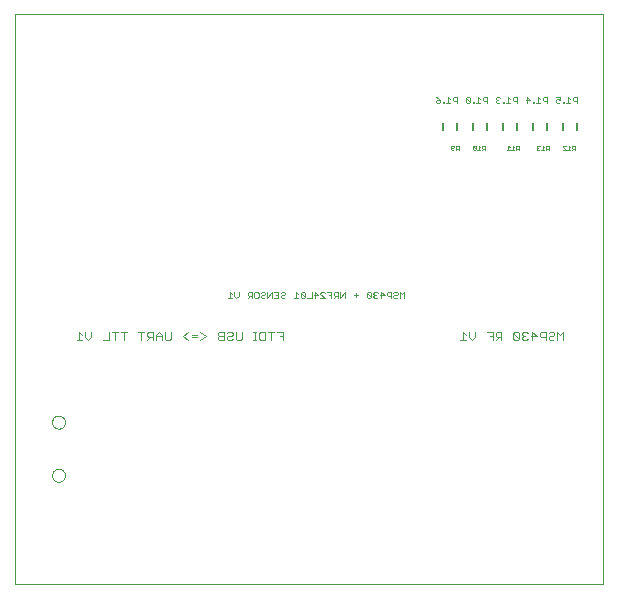
<source format=gbo>
G75*
G70*
%OFA0B0*%
%FSLAX24Y24*%
%IPPOS*%
%LPD*%
%AMOC8*
5,1,8,0,0,1.08239X$1,22.5*
%
%ADD10C,0.0000*%
%ADD11C,0.0030*%
%ADD12C,0.0020*%
%ADD13C,0.0060*%
%ADD14C,0.0010*%
D10*
X005648Y000150D02*
X025268Y000150D01*
X025268Y019146D01*
X005648Y019146D01*
X005648Y000150D01*
X006892Y003764D02*
X006894Y003793D01*
X006900Y003821D01*
X006909Y003849D01*
X006922Y003875D01*
X006939Y003898D01*
X006958Y003920D01*
X006980Y003939D01*
X007005Y003954D01*
X007031Y003967D01*
X007059Y003975D01*
X007087Y003980D01*
X007116Y003981D01*
X007145Y003978D01*
X007173Y003971D01*
X007200Y003961D01*
X007226Y003947D01*
X007249Y003930D01*
X007270Y003910D01*
X007288Y003887D01*
X007303Y003862D01*
X007314Y003835D01*
X007322Y003807D01*
X007326Y003778D01*
X007326Y003750D01*
X007322Y003721D01*
X007314Y003693D01*
X007303Y003666D01*
X007288Y003641D01*
X007270Y003618D01*
X007249Y003598D01*
X007226Y003581D01*
X007200Y003567D01*
X007173Y003557D01*
X007145Y003550D01*
X007116Y003547D01*
X007087Y003548D01*
X007059Y003553D01*
X007031Y003561D01*
X007005Y003574D01*
X006980Y003589D01*
X006958Y003608D01*
X006939Y003630D01*
X006922Y003653D01*
X006909Y003679D01*
X006900Y003707D01*
X006894Y003735D01*
X006892Y003764D01*
X006892Y005536D02*
X006894Y005565D01*
X006900Y005593D01*
X006909Y005621D01*
X006922Y005647D01*
X006939Y005670D01*
X006958Y005692D01*
X006980Y005711D01*
X007005Y005726D01*
X007031Y005739D01*
X007059Y005747D01*
X007087Y005752D01*
X007116Y005753D01*
X007145Y005750D01*
X007173Y005743D01*
X007200Y005733D01*
X007226Y005719D01*
X007249Y005702D01*
X007270Y005682D01*
X007288Y005659D01*
X007303Y005634D01*
X007314Y005607D01*
X007322Y005579D01*
X007326Y005550D01*
X007326Y005522D01*
X007322Y005493D01*
X007314Y005465D01*
X007303Y005438D01*
X007288Y005413D01*
X007270Y005390D01*
X007249Y005370D01*
X007226Y005353D01*
X007200Y005339D01*
X007173Y005329D01*
X007145Y005322D01*
X007116Y005319D01*
X007087Y005320D01*
X007059Y005325D01*
X007031Y005333D01*
X007005Y005346D01*
X006980Y005361D01*
X006958Y005380D01*
X006939Y005402D01*
X006922Y005425D01*
X006909Y005451D01*
X006900Y005479D01*
X006894Y005507D01*
X006892Y005536D01*
D11*
X007711Y008265D02*
X007904Y008265D01*
X007807Y008265D02*
X007807Y008555D01*
X007904Y008458D01*
X008005Y008362D02*
X008005Y008555D01*
X008005Y008362D02*
X008102Y008265D01*
X008199Y008362D01*
X008199Y008555D01*
X008595Y008265D02*
X008788Y008265D01*
X008788Y008555D01*
X008889Y008555D02*
X009083Y008555D01*
X008986Y008555D02*
X008986Y008265D01*
X009281Y008265D02*
X009281Y008555D01*
X009377Y008555D02*
X009184Y008555D01*
X009773Y008555D02*
X009967Y008555D01*
X009870Y008555D02*
X009870Y008265D01*
X010068Y008265D02*
X010165Y008362D01*
X010116Y008362D02*
X010261Y008362D01*
X010261Y008265D02*
X010261Y008555D01*
X010116Y008555D01*
X010068Y008507D01*
X010068Y008410D01*
X010116Y008362D01*
X010362Y008410D02*
X010556Y008410D01*
X010556Y008458D02*
X010459Y008555D01*
X010362Y008458D01*
X010362Y008265D01*
X010556Y008265D02*
X010556Y008458D01*
X010657Y008555D02*
X010657Y008313D01*
X010705Y008265D01*
X010802Y008265D01*
X010851Y008313D01*
X010851Y008555D01*
X011246Y008410D02*
X011440Y008265D01*
X011541Y008362D02*
X011735Y008362D01*
X011735Y008458D02*
X011541Y008458D01*
X011440Y008555D02*
X011246Y008410D01*
X011836Y008265D02*
X012029Y008410D01*
X011836Y008555D01*
X012425Y008507D02*
X012425Y008458D01*
X012473Y008410D01*
X012619Y008410D01*
X012720Y008362D02*
X012720Y008313D01*
X012768Y008265D01*
X012865Y008265D01*
X012913Y008313D01*
X013014Y008313D02*
X013014Y008555D01*
X012913Y008507D02*
X012913Y008458D01*
X012865Y008410D01*
X012768Y008410D01*
X012720Y008362D01*
X012619Y008265D02*
X012473Y008265D01*
X012425Y008313D01*
X012425Y008362D01*
X012473Y008410D01*
X012425Y008507D02*
X012473Y008555D01*
X012619Y008555D01*
X012619Y008265D01*
X013014Y008313D02*
X013063Y008265D01*
X013159Y008265D01*
X013208Y008313D01*
X013208Y008555D01*
X012913Y008507D02*
X012865Y008555D01*
X012768Y008555D01*
X012720Y008507D01*
X013602Y008555D02*
X013699Y008555D01*
X013651Y008555D02*
X013651Y008265D01*
X013699Y008265D02*
X013602Y008265D01*
X013800Y008313D02*
X013800Y008507D01*
X013848Y008555D01*
X013994Y008555D01*
X013994Y008265D01*
X013848Y008265D01*
X013800Y008313D01*
X014095Y008555D02*
X014288Y008555D01*
X014191Y008555D02*
X014191Y008265D01*
X014486Y008410D02*
X014583Y008410D01*
X014583Y008265D02*
X014583Y008555D01*
X014389Y008555D01*
X020498Y008265D02*
X020692Y008265D01*
X020595Y008265D02*
X020595Y008555D01*
X020692Y008458D01*
X020793Y008362D02*
X020793Y008555D01*
X020793Y008362D02*
X020890Y008265D01*
X020986Y008362D01*
X020986Y008555D01*
X021382Y008555D02*
X021576Y008555D01*
X021576Y008265D01*
X021677Y008265D02*
X021774Y008362D01*
X021725Y008362D02*
X021870Y008362D01*
X021870Y008265D02*
X021870Y008555D01*
X021725Y008555D01*
X021677Y008507D01*
X021677Y008410D01*
X021725Y008362D01*
X021576Y008410D02*
X021479Y008410D01*
X022266Y008313D02*
X022314Y008265D01*
X022411Y008265D01*
X022460Y008313D01*
X022266Y008507D01*
X022266Y008313D01*
X022460Y008313D02*
X022460Y008507D01*
X022411Y008555D01*
X022314Y008555D01*
X022266Y008507D01*
X022561Y008507D02*
X022561Y008458D01*
X022609Y008410D01*
X022561Y008362D01*
X022561Y008313D01*
X022609Y008265D01*
X022706Y008265D01*
X022754Y008313D01*
X022658Y008410D02*
X022609Y008410D01*
X022561Y008507D02*
X022609Y008555D01*
X022706Y008555D01*
X022754Y008507D01*
X022855Y008410D02*
X023049Y008410D01*
X022904Y008555D01*
X022904Y008265D01*
X023150Y008410D02*
X023198Y008362D01*
X023344Y008362D01*
X023344Y008265D02*
X023344Y008555D01*
X023198Y008555D01*
X023150Y008507D01*
X023150Y008410D01*
X023445Y008362D02*
X023445Y008313D01*
X023493Y008265D01*
X023590Y008265D01*
X023638Y008313D01*
X023590Y008410D02*
X023638Y008458D01*
X023638Y008507D01*
X023590Y008555D01*
X023493Y008555D01*
X023445Y008507D01*
X023493Y008410D02*
X023445Y008362D01*
X023493Y008410D02*
X023590Y008410D01*
X023739Y008555D02*
X023739Y008265D01*
X023933Y008265D02*
X023933Y008555D01*
X023836Y008458D01*
X023739Y008555D01*
D12*
X018638Y009660D02*
X018638Y009880D01*
X018564Y009807D01*
X018491Y009880D01*
X018491Y009660D01*
X018417Y009697D02*
X018380Y009660D01*
X018307Y009660D01*
X018270Y009697D01*
X018270Y009733D01*
X018307Y009770D01*
X018380Y009770D01*
X018417Y009807D01*
X018417Y009843D01*
X018380Y009880D01*
X018307Y009880D01*
X018270Y009843D01*
X018196Y009880D02*
X018196Y009660D01*
X018196Y009733D02*
X018086Y009733D01*
X018049Y009770D01*
X018049Y009843D01*
X018086Y009880D01*
X018196Y009880D01*
X017975Y009770D02*
X017828Y009770D01*
X017754Y009697D02*
X017717Y009660D01*
X017644Y009660D01*
X017607Y009697D01*
X017607Y009733D01*
X017644Y009770D01*
X017681Y009770D01*
X017644Y009770D02*
X017607Y009807D01*
X017607Y009843D01*
X017644Y009880D01*
X017717Y009880D01*
X017754Y009843D01*
X017865Y009880D02*
X017975Y009770D01*
X017865Y009660D02*
X017865Y009880D01*
X017533Y009843D02*
X017533Y009697D01*
X017386Y009843D01*
X017386Y009697D01*
X017423Y009660D01*
X017496Y009660D01*
X017533Y009697D01*
X017533Y009843D02*
X017496Y009880D01*
X017423Y009880D01*
X017386Y009843D01*
X017091Y009770D02*
X016944Y009770D01*
X017018Y009843D02*
X017018Y009697D01*
X016649Y009660D02*
X016649Y009880D01*
X016502Y009660D01*
X016502Y009880D01*
X016428Y009880D02*
X016318Y009880D01*
X016281Y009843D01*
X016281Y009770D01*
X016318Y009733D01*
X016428Y009733D01*
X016428Y009660D02*
X016428Y009880D01*
X016355Y009733D02*
X016281Y009660D01*
X016207Y009660D02*
X016207Y009880D01*
X016060Y009880D01*
X015986Y009843D02*
X015949Y009880D01*
X015876Y009880D01*
X015839Y009843D01*
X015839Y009807D01*
X015986Y009660D01*
X015839Y009660D01*
X015765Y009770D02*
X015655Y009880D01*
X015655Y009660D01*
X015544Y009660D02*
X015544Y009880D01*
X015618Y009770D02*
X015765Y009770D01*
X015544Y009660D02*
X015397Y009660D01*
X015323Y009697D02*
X015176Y009843D01*
X015176Y009697D01*
X015213Y009660D01*
X015286Y009660D01*
X015323Y009697D01*
X015323Y009843D01*
X015286Y009880D01*
X015213Y009880D01*
X015176Y009843D01*
X015102Y009807D02*
X015029Y009880D01*
X015029Y009660D01*
X015102Y009660D02*
X014955Y009660D01*
X014660Y009697D02*
X014623Y009660D01*
X014550Y009660D01*
X014513Y009697D01*
X014513Y009733D01*
X014550Y009770D01*
X014623Y009770D01*
X014660Y009807D01*
X014660Y009843D01*
X014623Y009880D01*
X014550Y009880D01*
X014513Y009843D01*
X014439Y009880D02*
X014439Y009660D01*
X014292Y009660D01*
X014218Y009660D02*
X014218Y009880D01*
X014071Y009660D01*
X014071Y009880D01*
X013997Y009843D02*
X013997Y009807D01*
X013960Y009770D01*
X013887Y009770D01*
X013850Y009733D01*
X013850Y009697D01*
X013887Y009660D01*
X013960Y009660D01*
X013997Y009697D01*
X013997Y009843D02*
X013960Y009880D01*
X013887Y009880D01*
X013850Y009843D01*
X013776Y009843D02*
X013776Y009697D01*
X013739Y009660D01*
X013666Y009660D01*
X013629Y009697D01*
X013629Y009843D01*
X013666Y009880D01*
X013739Y009880D01*
X013776Y009843D01*
X013555Y009880D02*
X013555Y009660D01*
X013555Y009733D02*
X013445Y009733D01*
X013408Y009770D01*
X013408Y009843D01*
X013445Y009880D01*
X013555Y009880D01*
X013482Y009733D02*
X013408Y009660D01*
X013113Y009733D02*
X013040Y009660D01*
X012966Y009733D01*
X012966Y009880D01*
X012892Y009807D02*
X012819Y009880D01*
X012819Y009660D01*
X012892Y009660D02*
X012745Y009660D01*
X013113Y009733D02*
X013113Y009880D01*
X014292Y009880D02*
X014439Y009880D01*
X014439Y009770D02*
X014366Y009770D01*
X016134Y009770D02*
X016207Y009770D01*
X019725Y016160D02*
X019689Y016197D01*
X019689Y016233D01*
X019725Y016270D01*
X019835Y016270D01*
X019835Y016197D01*
X019799Y016160D01*
X019725Y016160D01*
X019835Y016270D02*
X019762Y016343D01*
X019689Y016380D01*
X019909Y016197D02*
X019909Y016160D01*
X019946Y016160D01*
X019946Y016197D01*
X019909Y016197D01*
X020020Y016160D02*
X020167Y016160D01*
X020093Y016160D02*
X020093Y016380D01*
X020167Y016307D01*
X020241Y016343D02*
X020241Y016270D01*
X020278Y016233D01*
X020388Y016233D01*
X020388Y016160D02*
X020388Y016380D01*
X020278Y016380D01*
X020241Y016343D01*
X020689Y016343D02*
X020835Y016197D01*
X020799Y016160D01*
X020725Y016160D01*
X020689Y016197D01*
X020689Y016343D01*
X020725Y016380D01*
X020799Y016380D01*
X020835Y016343D01*
X020835Y016197D01*
X020909Y016197D02*
X020909Y016160D01*
X020946Y016160D01*
X020946Y016197D01*
X020909Y016197D01*
X021020Y016160D02*
X021167Y016160D01*
X021093Y016160D02*
X021093Y016380D01*
X021167Y016307D01*
X021241Y016343D02*
X021241Y016270D01*
X021278Y016233D01*
X021388Y016233D01*
X021388Y016160D02*
X021388Y016380D01*
X021278Y016380D01*
X021241Y016343D01*
X021689Y016343D02*
X021689Y016307D01*
X021725Y016270D01*
X021689Y016233D01*
X021689Y016197D01*
X021725Y016160D01*
X021799Y016160D01*
X021835Y016197D01*
X021909Y016197D02*
X021909Y016160D01*
X021946Y016160D01*
X021946Y016197D01*
X021909Y016197D01*
X022020Y016160D02*
X022167Y016160D01*
X022093Y016160D02*
X022093Y016380D01*
X022167Y016307D01*
X022241Y016343D02*
X022241Y016270D01*
X022278Y016233D01*
X022388Y016233D01*
X022388Y016160D02*
X022388Y016380D01*
X022278Y016380D01*
X022241Y016343D01*
X021835Y016343D02*
X021799Y016380D01*
X021725Y016380D01*
X021689Y016343D01*
X021725Y016270D02*
X021762Y016270D01*
X022689Y016270D02*
X022835Y016270D01*
X022725Y016380D01*
X022725Y016160D01*
X022909Y016160D02*
X022946Y016160D01*
X022946Y016197D01*
X022909Y016197D01*
X022909Y016160D01*
X023020Y016160D02*
X023167Y016160D01*
X023093Y016160D02*
X023093Y016380D01*
X023167Y016307D01*
X023241Y016343D02*
X023241Y016270D01*
X023278Y016233D01*
X023388Y016233D01*
X023388Y016160D02*
X023388Y016380D01*
X023278Y016380D01*
X023241Y016343D01*
X023689Y016380D02*
X023835Y016380D01*
X023835Y016270D01*
X023762Y016307D01*
X023725Y016307D01*
X023689Y016270D01*
X023689Y016197D01*
X023725Y016160D01*
X023799Y016160D01*
X023835Y016197D01*
X023909Y016197D02*
X023909Y016160D01*
X023946Y016160D01*
X023946Y016197D01*
X023909Y016197D01*
X024020Y016160D02*
X024167Y016160D01*
X024093Y016160D02*
X024093Y016380D01*
X024167Y016307D01*
X024241Y016343D02*
X024241Y016270D01*
X024278Y016233D01*
X024388Y016233D01*
X024388Y016160D02*
X024388Y016380D01*
X024278Y016380D01*
X024241Y016343D01*
D13*
X024384Y015518D02*
X024384Y015282D01*
X023912Y015282D02*
X023912Y015518D01*
X023384Y015518D02*
X023384Y015282D01*
X022912Y015282D02*
X022912Y015518D01*
X022384Y015518D02*
X022384Y015282D01*
X021912Y015282D02*
X021912Y015518D01*
X021384Y015518D02*
X021384Y015282D01*
X020912Y015282D02*
X020912Y015518D01*
X020384Y015518D02*
X020384Y015282D01*
X019912Y015282D02*
X019912Y015518D01*
D14*
X020220Y014755D02*
X020271Y014755D01*
X020296Y014730D01*
X020296Y014705D01*
X020271Y014680D01*
X020195Y014680D01*
X020195Y014630D02*
X020195Y014730D01*
X020220Y014755D01*
X020343Y014730D02*
X020343Y014680D01*
X020368Y014655D01*
X020443Y014655D01*
X020443Y014605D02*
X020443Y014755D01*
X020368Y014755D01*
X020343Y014730D01*
X020393Y014655D02*
X020343Y014605D01*
X020296Y014630D02*
X020271Y014605D01*
X020220Y014605D01*
X020195Y014630D01*
X020923Y014630D02*
X020948Y014605D01*
X020998Y014605D01*
X021023Y014630D01*
X020923Y014730D01*
X020923Y014630D01*
X020923Y014730D02*
X020948Y014755D01*
X020998Y014755D01*
X021023Y014730D01*
X021023Y014630D01*
X021070Y014605D02*
X021171Y014605D01*
X021218Y014605D02*
X021268Y014655D01*
X021243Y014655D02*
X021318Y014655D01*
X021318Y014605D02*
X021318Y014755D01*
X021243Y014755D01*
X021218Y014730D01*
X021218Y014680D01*
X021243Y014655D01*
X021171Y014705D02*
X021121Y014755D01*
X021121Y014605D01*
X022048Y014605D02*
X022148Y014605D01*
X022195Y014605D02*
X022296Y014605D01*
X022343Y014605D02*
X022393Y014655D01*
X022368Y014655D02*
X022443Y014655D01*
X022443Y014605D02*
X022443Y014755D01*
X022368Y014755D01*
X022343Y014730D01*
X022343Y014680D01*
X022368Y014655D01*
X022296Y014705D02*
X022246Y014755D01*
X022246Y014605D01*
X022148Y014705D02*
X022098Y014755D01*
X022098Y014605D01*
X023048Y014630D02*
X023073Y014605D01*
X023123Y014605D01*
X023148Y014630D01*
X023195Y014605D02*
X023296Y014605D01*
X023343Y014605D02*
X023393Y014655D01*
X023368Y014655D02*
X023443Y014655D01*
X023443Y014605D02*
X023443Y014755D01*
X023368Y014755D01*
X023343Y014730D01*
X023343Y014680D01*
X023368Y014655D01*
X023296Y014705D02*
X023246Y014755D01*
X023246Y014605D01*
X023148Y014730D02*
X023123Y014755D01*
X023073Y014755D01*
X023048Y014730D01*
X023048Y014705D01*
X023073Y014680D01*
X023048Y014655D01*
X023048Y014630D01*
X023073Y014680D02*
X023098Y014680D01*
X023923Y014705D02*
X024023Y014605D01*
X023923Y014605D01*
X023923Y014705D02*
X023923Y014730D01*
X023948Y014755D01*
X023998Y014755D01*
X024023Y014730D01*
X024121Y014755D02*
X024121Y014605D01*
X024171Y014605D02*
X024070Y014605D01*
X024171Y014705D02*
X024121Y014755D01*
X024218Y014730D02*
X024218Y014680D01*
X024243Y014655D01*
X024318Y014655D01*
X024318Y014605D02*
X024318Y014755D01*
X024243Y014755D01*
X024218Y014730D01*
X024268Y014655D02*
X024218Y014605D01*
M02*

</source>
